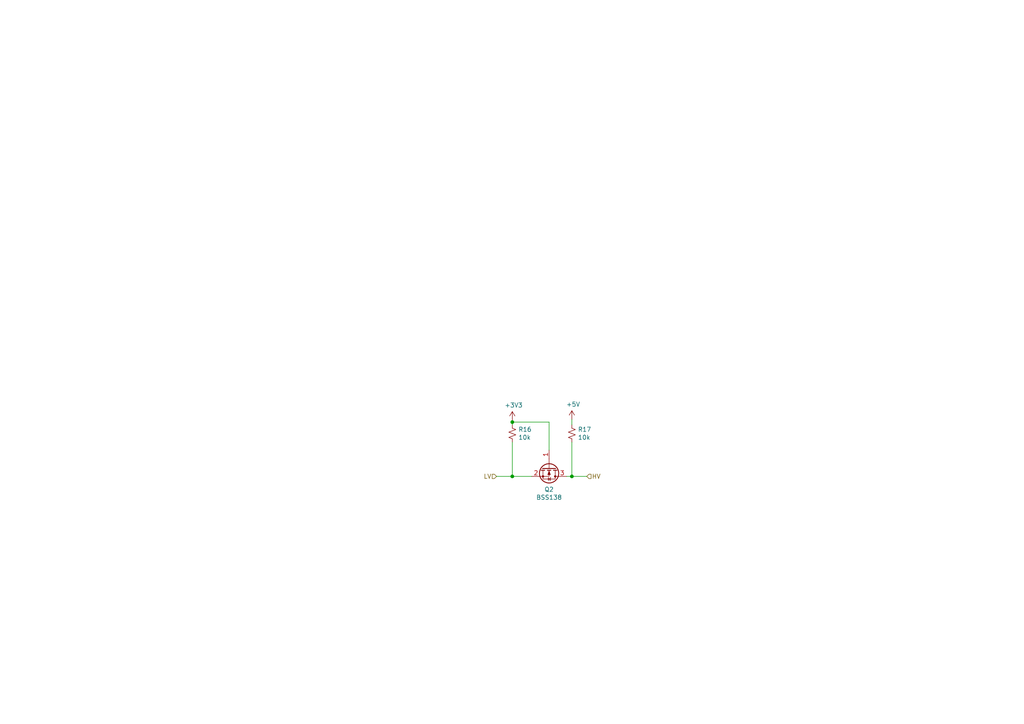
<source format=kicad_sch>
(kicad_sch (version 20230121) (generator eeschema)
  (paper "A4")
  (lib_symbols
    (symbol "Device:R_Small_US" (pin_numbers hide) (pin_names (offset 0.254) hide)
      (property "Reference" "R" (at 0.762 0.508 0))
      (property "Value" "R_Small_US" (at 0.762 -1.016 0))
      (symbol "R_Small_US_1_1"
        (polyline (pts (xy 0 0) (xy 1.016 -0.381) (xy 0 -0.762) (xy -1.016 -1.143) (xy 0 -1.524)))
        (polyline (pts (xy 0 1.524) (xy 1.016 1.143) (xy 0 0.762) (xy -1.016 0.381) (xy 0 0)))
        (pin passive line (at 0 2.54 270) (length 1.016) (name "~") (number "1"))
        (pin passive line (at 0 -2.54 90) (length 1.016) (name "~") (number "2"))
      )
    )
    (symbol "MasterAlimSTM32-rescue:+3.3V-power" (power) (pin_names (offset 0))
      (property "Value" "+3.3V-power" (at 0 3.556 0))
      (symbol "+3.3V-power_0_1"
        (polyline (pts (xy -0.762 1.27) (xy 0 2.54)))
        (polyline (pts (xy 0 0) (xy 0 2.54)))
        (polyline (pts (xy 0 2.54) (xy 0.762 1.27)))
      )
      (symbol "+3.3V-power_1_1"
        (pin power_in line (at 0 0 90) (length 0) hide (name "+3V3") (number "1"))
      )
    )
    (symbol "Transistor_FET:BSS138" (pin_names hide)
      (property "Reference" "Q" (at 5.08 1.905 0))
      (property "Value" "BSS138" (at 5.08 0 0))
      (symbol "BSS138_0_1"
        (polyline (pts (xy 0.254 0) (xy -2.54 0)))
        (polyline (pts (xy 0.254 1.905) (xy 0.254 -1.905)) (stroke (width 0.254)))
        (polyline (pts (xy 0.762 -1.27) (xy 0.762 -2.286)) (stroke (width 0.254)))
        (polyline (pts (xy 0.762 0.508) (xy 0.762 -0.508)) (stroke (width 0.254)))
        (polyline (pts (xy 0.762 2.286) (xy 0.762 1.27)) (stroke (width 0.254)))
        (polyline (pts (xy 2.54 2.54) (xy 2.54 1.778)))
        (polyline (pts (xy 2.54 -2.54) (xy 2.54 0) (xy 0.762 0)))
        (polyline (pts (xy 0.762 -1.778) (xy 3.302 -1.778) (xy 3.302 1.778) (xy 0.762 1.778)))
        (polyline (pts (xy 1.016 0) (xy 2.032 0.381) (xy 2.032 -0.381) (xy 1.016 0)) (fill (type outline)))
        (polyline (pts (xy 2.794 0.508) (xy 2.921 0.381) (xy 3.683 0.381) (xy 3.81 0.254)))
        (polyline (pts (xy 3.302 0.381) (xy 2.921 -0.254) (xy 3.683 -0.254) (xy 3.302 0.381)))
        (circle (center 1.651 0) (radius 2.794) (stroke (width 0.254)))
        (circle (center 2.54 -1.778) (radius 0.254) (fill (type outline)))
        (circle (center 2.54 1.778) (radius 0.254) (fill (type outline)))
      )
      (symbol "BSS138_1_1"
        (pin input line (at -5.08 0 0) (length 2.54) (name "G") (number "1"))
        (pin passive line (at 2.54 -5.08 90) (length 2.54) (name "S") (number "2"))
        (pin passive line (at 2.54 5.08 270) (length 2.54) (name "D") (number "3"))
      )
    )
    (symbol "power:+5V" (power) (pin_names (offset 0))
      (property "Value" "+5V" (at 0 3.556 0))
      (symbol "+5V_0_1"
        (polyline (pts (xy -0.762 1.27) (xy 0 2.54)))
        (polyline (pts (xy 0 0) (xy 0 2.54)))
        (polyline (pts (xy 0 2.54) (xy 0.762 1.27)))
      )
      (symbol "+5V_1_1"
        (pin power_in line (at 0 0 90) (length 0) hide (name "+5V") (number "1"))
      )
    )
  )
  (junction (at 148.59 122.428))
  (junction (at 165.862 138.176))
  (junction (at 148.59 138.176))
  (wire (pts (xy 148.59 138.176) (xy 144.018 138.176)))
  (wire (pts (xy 148.59 128.27) (xy 148.59 138.176)))
  (wire (pts (xy 148.59 138.176) (xy 154.178 138.176)))
  (wire (pts (xy 165.862 138.176) (xy 165.862 128.27)))
  (wire (pts (xy 164.338 138.176) (xy 165.862 138.176)))
  (wire (pts (xy 159.258 130.556) (xy 159.258 122.428)))
  (wire (pts (xy 159.258 122.428) (xy 148.59 122.428)))
  (wire (pts (xy 165.862 121.666) (xy 165.862 123.19)))
  (wire (pts (xy 148.59 122.428) (xy 148.59 121.92)))
  (wire (pts (xy 148.59 123.19) (xy 148.59 122.428)))
  (wire (pts (xy 165.862 138.176) (xy 170.18 138.176)))
  (hierarchical_label "LV" (shape input) (at 144.018 138.176 180))
  (hierarchical_label "HV" (shape input) (at 170.18 138.176 0))
  (symbol (lib_id "MasterAlimSTM32-rescue:+3.3V-power") (at 148.59 121.92 0) (unit 1)
    (property "Reference" "#PWR0151" (effects hide))
    (property "Value" "+3.3V" (at 148.971 117.5258 0))
    (instances (project "MasterAlimSTM32" (path "" (reference "#PWR0151") (unit 1)) (path "" (reference "#PWR0155") (unit 1)) (path "" (reference "#PWR0159") (unit 1)) (path "" (reference "#PWR0153") (unit 1)) (path "" (reference "#PWR0149") (unit 1)) (path "" (reference "#PWR0157") (unit 1))))
  )
  (symbol (lib_id "power:+5V") (at 165.862 121.666 0) (unit 1)
    (property "Reference" "#PWR0152" (effects hide))
    (property "Value" "+5V" (at 166.243 117.2718 0))
    (instances (project "MasterAlimSTM32" (path "" (reference "#PWR0152") (unit 1)) (path "" (reference "#PWR0156") (unit 1)) (path "" (reference "#PWR0160") (unit 1)) (path "" (reference "#PWR0154") (unit 1)) (path "" (reference "#PWR0150") (unit 1)) (path "" (reference "#PWR0158") (unit 1))))
  )
  (symbol (lib_id "Transistor_FET:BSS138") (at 159.258 135.636 270) (unit 1)
    (property "Reference" "Q2" (at 159.258 141.9606 90))
    (property "Value" "BSS138" (at 159.258 144.272 90))
    (property "Footprint" "Package_TO_SOT_SMD:SOT-23" (effects hide))
    (property "Datasheet" "https://www.onsemi.com/pub/Collateral/BSS138-D.PDF" (effects hide))
    (instances (project "MasterAlimSTM32" (path "" (reference "Q2") (unit 1)) (path "" (reference "Q4") (unit 1)) (path "" (reference "Q6") (unit 1)) (path "" (reference "Q3") (unit 1)) (path "" (reference "Q1") (unit 1)) (path "" (reference "Q5") (unit 1))))
  )
  (symbol (lib_id "Device:R_Small_US") (at 165.862 125.73 0) (unit 1)
    (property "Reference" "R17" (at 167.5892 124.5616 0) (effects (justify left)))
    (property "Value" "10k" (at 167.5892 126.873 0) (effects (justify left)))
    (instances (project "MasterAlimSTM32" (path "" (reference "R17") (unit 1)) (path "" (reference "R21") (unit 1)) (path "" (reference "R25") (unit 1)) (path "" (reference "R19") (unit 1)) (path "" (reference "R15") (unit 1)) (path "" (reference "R23") (unit 1))))
  )
  (symbol (lib_id "Device:R_Small_US") (at 148.59 125.73 0) (unit 1)
    (property "Reference" "R16" (at 150.3172 124.5616 0) (effects (justify left)))
    (property "Value" "10k" (at 150.3172 126.873 0) (effects (justify left)))
    (instances (project "MasterAlimSTM32" (path "" (reference "R16") (unit 1)) (path "" (reference "R20") (unit 1)) (path "" (reference "R24") (unit 1)) (path "" (reference "R18") (unit 1)) (path "" (reference "R14") (unit 1)) (path "" (reference "R22") (unit 1))))
  )
)
</source>
